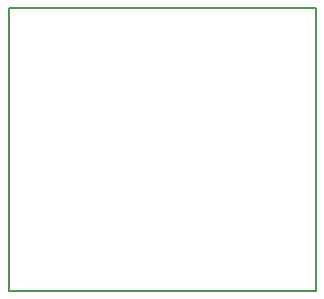
<source format=gm1>
G04 #@! TF.GenerationSoftware,KiCad,Pcbnew,5.0.0-rc1-44a33f2~62~ubuntu16.04.1*
G04 #@! TF.CreationDate,2018-04-05T21:06:55+03:00*
G04 #@! TF.ProjectId,accel-breakout,616363656C2D627265616B6F75742E6B,rev?*
G04 #@! TF.SameCoordinates,Original*
G04 #@! TF.FileFunction,Profile,NP*
%FSLAX46Y46*%
G04 Gerber Fmt 4.6, Leading zero omitted, Abs format (unit mm)*
G04 Created by KiCad (PCBNEW 5.0.0-rc1-44a33f2~62~ubuntu16.04.1) date Thu Apr  5 21:06:55 2018*
%MOMM*%
%LPD*%
G01*
G04 APERTURE LIST*
%ADD10C,0.150000*%
G04 APERTURE END LIST*
D10*
X153000000Y-79000000D02*
X127000000Y-79000000D01*
X153000000Y-103000000D02*
X153000000Y-79000000D01*
X127000000Y-103000000D02*
X153000000Y-103000000D01*
X127000000Y-79000000D02*
X127000000Y-103000000D01*
M02*

</source>
